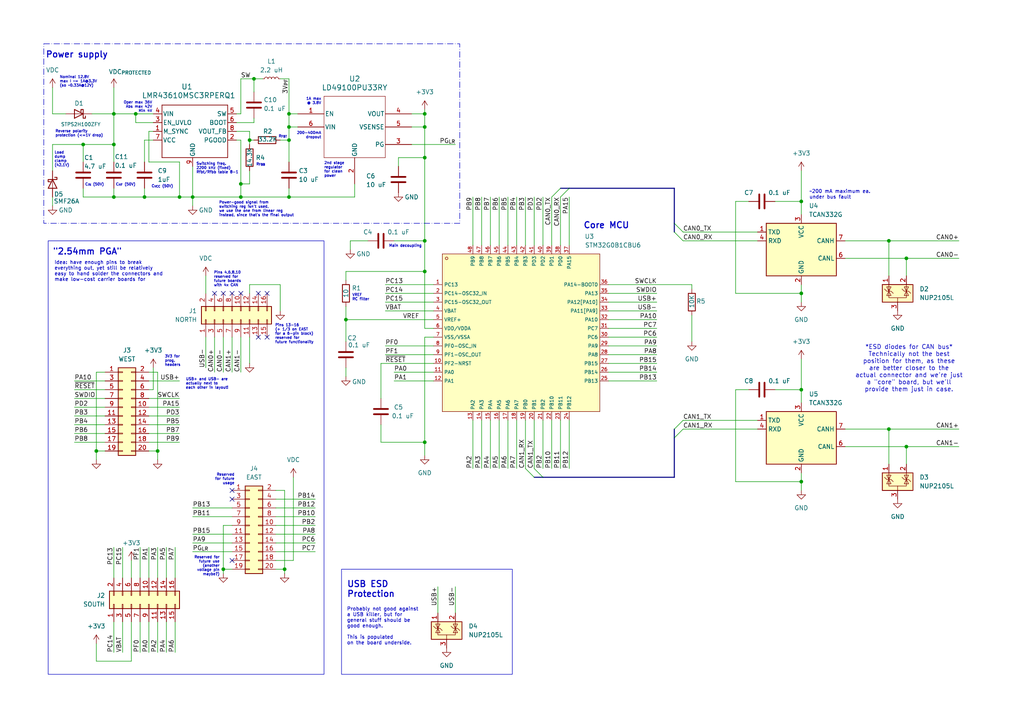
<source format=kicad_sch>
(kicad_sch (version 20231120) (generator "eeschema") (generator_version "8.0")
  (paper "A4")
  (title_block (title "tinySPARROW NG ECU core board") (company "@enp6s0"))
  (lib_symbols
    (symbol "Connector_Generic:Conn_02x08_Odd_Even" (pin_names (offset 1.016) hide)
      (property "Reference" "J" (at 1.27 10.16 0))
      (property "Value" "Conn_02x08_Odd_Even" (at 1.27 -12.7 0))
      (symbol "Conn_02x08_Odd_Even_1_1"
        (pin passive line (at -5.08 7.62 0) (length 3.81) (name "Pin_1") (number "1"))
        (pin passive line (at 7.62 -2.54 180) (length 3.81) (name "Pin_10") (number "10"))
        (pin passive line (at -5.08 -5.08 0) (length 3.81) (name "Pin_11") (number "11"))
        (pin passive line (at 7.62 -5.08 180) (length 3.81) (name "Pin_12") (number "12"))
        (pin passive line (at -5.08 -7.62 0) (length 3.81) (name "Pin_13") (number "13"))
        (pin passive line (at 7.62 -7.62 180) (length 3.81) (name "Pin_14") (number "14"))
        (pin passive line (at -5.08 -10.16 0) (length 3.81) (name "Pin_15") (number "15"))
        (pin passive line (at 7.62 -10.16 180) (length 3.81) (name "Pin_16") (number "16"))
        (pin passive line (at 7.62 7.62 180) (length 3.81) (name "Pin_2") (number "2"))
        (pin passive line (at -5.08 5.08 0) (length 3.81) (name "Pin_3") (number "3"))
        (pin passive line (at 7.62 5.08 180) (length 3.81) (name "Pin_4") (number "4"))
        (pin passive line (at -5.08 2.54 0) (length 3.81) (name "Pin_5") (number "5"))
        (pin passive line (at 7.62 2.54 180) (length 3.81) (name "Pin_6") (number "6"))
        (pin passive line (at -5.08 0 0) (length 3.81) (name "Pin_7") (number "7"))
        (pin passive line (at 7.62 0 180) (length 3.81) (name "Pin_8") (number "8"))
        (pin passive line (at -5.08 -2.54 0) (length 3.81) (name "Pin_9") (number "9"))
      )
    )
    (symbol "Connector_Generic:Conn_02x10_Odd_Even" (pin_names (offset 1.016) hide)
      (property "Reference" "J" (at 1.27 12.7 0))
      (property "Value" "Conn_02x10_Odd_Even" (at 1.27 -15.24 0))
      (symbol "Conn_02x10_Odd_Even_1_1"
        (pin passive line (at -5.08 10.16 0) (length 3.81) (name "Pin_1") (number "1"))
        (pin passive line (at 7.62 0 180) (length 3.81) (name "Pin_10") (number "10"))
        (pin passive line (at -5.08 -2.54 0) (length 3.81) (name "Pin_11") (number "11"))
        (pin passive line (at 7.62 -2.54 180) (length 3.81) (name "Pin_12") (number "12"))
        (pin passive line (at -5.08 -5.08 0) (length 3.81) (name "Pin_13") (number "13"))
        (pin passive line (at 7.62 -5.08 180) (length 3.81) (name "Pin_14") (number "14"))
        (pin passive line (at -5.08 -7.62 0) (length 3.81) (name "Pin_15") (number "15"))
        (pin passive line (at 7.62 -7.62 180) (length 3.81) (name "Pin_16") (number "16"))
        (pin passive line (at -5.08 -10.16 0) (length 3.81) (name "Pin_17") (number "17"))
        (pin passive line (at 7.62 -10.16 180) (length 3.81) (name "Pin_18") (number "18"))
        (pin passive line (at -5.08 -12.7 0) (length 3.81) (name "Pin_19") (number "19"))
        (pin passive line (at 7.62 10.16 180) (length 3.81) (name "Pin_2") (number "2"))
        (pin passive line (at 7.62 -12.7 180) (length 3.81) (name "Pin_20") (number "20"))
        (pin passive line (at -5.08 7.62 0) (length 3.81) (name "Pin_3") (number "3"))
        (pin passive line (at 7.62 7.62 180) (length 3.81) (name "Pin_4") (number "4"))
        (pin passive line (at -5.08 5.08 0) (length 3.81) (name "Pin_5") (number "5"))
        (pin passive line (at 7.62 5.08 180) (length 3.81) (name "Pin_6") (number "6"))
        (pin passive line (at -5.08 2.54 0) (length 3.81) (name "Pin_7") (number "7"))
        (pin passive line (at 7.62 2.54 180) (length 3.81) (name "Pin_8") (number "8"))
        (pin passive line (at -5.08 0 0) (length 3.81) (name "Pin_9") (number "9"))
      )
    )
    (symbol "Device:C" (pin_numbers hide) (pin_names (offset 0.254))
      (property "Reference" "C" (at 0.635 2.54 0))
      (property "Value" "C" (at 0.635 -2.54 0))
      (symbol "C_1_1"
        (pin passive line (at 0 3.81 270) (length 2.794) (name "~") (number "1"))
        (pin passive line (at 0 -3.81 90) (length 2.794) (name "~") (number "2"))
      )
    )
    (symbol "Device:D_Schottky" (pin_numbers hide) (pin_names (offset 1.016) hide)
      (property "Reference" "D" (at 0 2.54 0))
      (property "Value" "D_Schottky" (at 0 -2.54 0))
      (symbol "D_Schottky_1_1"
        (pin passive line (at -3.81 0 0) (length 2.54) (name "K") (number "1"))
        (pin passive line (at 3.81 0 180) (length 2.54) (name "A") (number "2"))
      )
    )
    (symbol "Device:L_Small" (pin_numbers hide) (pin_names (offset 0.254) hide)
      (property "Reference" "L" (at 0.762 1.016 0))
      (property "Value" "L_Small" (at 0.762 -1.016 0))
      (symbol "L_Small_1_1"
        (pin passive line (at 0 2.54 270) (length 0.508) (name "~") (number "1"))
        (pin passive line (at 0 -2.54 90) (length 0.508) (name "~") (number "2"))
      )
    )
    (symbol "Device:R" (pin_numbers hide) (pin_names (offset 0))
      (property "Reference" "R" (at 2.032 0 90))
      (property "Value" "R" (at 0 0 90))
      (symbol "R_1_1"
        (pin passive line (at 0 3.81 270) (length 1.27) (name "~") (number "1"))
        (pin passive line (at 0 -3.81 90) (length 1.27) (name "~") (number "2"))
      )
    )
    (symbol "GND_1" (power) (pin_numbers hide) (pin_names (offset 0) hide)
      (property "Value" "GND" (at 0 -3.81 0))
      (symbol "GND_1_1_1"
        (pin power_in line (at 0 0 270) (length 0) (name "~") (number "1"))
      )
    )
    (symbol "Interface_CAN_LIN:TCAN332G"
      (property "Reference" "U" (at -10.16 8.89 0))
      (property "Value" "TCAN332G" (at 2.54 8.89 0))
      (symbol "TCAN332G_1_1"
        (pin input line (at -12.7 5.08 0) (length 2.54) (name "TXD") (number "1"))
        (pin power_in line (at 0 -10.16 90) (length 2.54) (name "GND") (number "2"))
        (pin power_in line (at 0 10.16 270) (length 2.54) (name "VCC") (number "3"))
        (pin tri_state line (at -12.7 2.54 0) (length 2.54) (name "RXD") (number "4"))
        (pin no_connect line (at -10.16 -2.54 0) (length 2.54) hide (name "NC") (number "5"))
        (pin bidirectional line (at 12.7 -2.54 180) (length 2.54) (name "CANL") (number "6"))
        (pin bidirectional line (at 12.7 2.54 180) (length 2.54) (name "CANH") (number "7"))
        (pin no_connect line (at -10.16 -5.08 0) (length 2.54) hide (name "NC") (number "8"))
      )
    )
    (symbol "LMR43610MSC5RPERQ1:LMR43610MSC5RPERQ1" (pin_names (offset 0.254))
      (property "Reference" "U1" (at 14.478 9.398 0))
      (property "Value" "LMR43610-Q1" (at 14.478 6.858 0))
      (symbol "LMR43610MSC5RPERQ1_1_1"
        (pin input line (at 2.54 -2.54 0) (length 2.54) (name "M_SYNC") (number "1"))
        (pin open_collector line (at 26.67 -5.08 180) (length 2.54) (name "PGOOD") (number "2"))
        (pin input line (at 2.54 0 0) (length 2.54) (name "EN_UVLO") (number "3"))
        (pin power_in line (at 2.54 2.54 0) (length 2.54) (name "VIN") (number "4"))
        (pin unspecified line (at 26.67 2.54 180) (length 2.54) (name "SW") (number "5"))
        (pin unspecified line (at 26.67 0 180) (length 2.54) (name "BOOT") (number "6"))
        (pin power_in line (at 2.54 -5.08 0) (length 2.54) (name "VCC") (number "7"))
        (pin unspecified line (at 26.67 -2.54 180) (length 2.54) (name "VOUT_FB") (number "8"))
        (pin power_in line (at 13.97 -12.7 90) (length 2.54) (name "GND") (number "9"))
      )
    )
    (symbol "Power_Protection:NUP2105L" (pin_names hide)
      (property "Reference" "D" (at 5.715 2.54 0))
      (property "Value" "NUP2105L" (at 5.715 0.635 0))
      (symbol "NUP2105L_0_0"
        (pin passive line (at 0 -5.08 90) (length 2.54) (name "A") (number "3"))
      )
      (symbol "NUP2105L_1_1"
        (pin passive line (at -2.54 5.08 270) (length 2.54) (name "K") (number "1"))
        (pin passive line (at 2.54 5.08 270) (length 2.54) (name "K") (number "2"))
      )
    )
    (symbol "Regulator_Linear:AMS1117-3.3" (pin_names (offset 0.254))
      (property "Reference" "U2" (at 20.32 10.16 0))
      (property "Value" "LD49100PU33RY" (at 20.32 7.62 0))
      (symbol "AMS1117-3.3_0_1"
        (pin bidirectional line (at 3.81 0 0) (length 7.62) (name "EN") (number "1"))
        (pin power_out line (at 20.32 -20.32 90) (length 7.62) (name "GND") (number "2"))
        (pin output line (at 36.83 -8.89 180) (length 7.62) (name "PG") (number "3"))
        (pin power_in line (at 36.83 0 180) (length 7.62) (name "VOUT") (number "4"))
        (pin bidirectional line (at 36.83 -3.81 180) (length 7.62) (name "VSENSE") (number "5"))
        (pin power_in line (at 3.81 -3.81 0) (length 7.62) (name "VIN") (number "6"))
      )
      (symbol "AMS1117-3.3_1_1"
        (pin power_out line (at 20.32 -20.32 90) (length 7.62) hide (name "EPAD") (number "7"))
      )
    )
    (symbol "STM32G0B1CBT6:STM32G0B1CBT6"
      (property "Reference" "U3" (at 20.32 27.94 0))
      (property "Value" "STM32G0B1CBU6" (at 26.67 25.4 0))
      (symbol "STM32G0B1CBT6_0_1"
        (pin unspecified line (at -25.4 13.97 0) (length 2.54) (name "PC13") (number "1"))
        (pin unspecified line (at -25.4 -8.89 0) (length 2.54) (name "PF2-NRST") (number "10"))
        (pin unspecified line (at -25.4 -11.43 0) (length 2.54) (name "PA0") (number "11"))
        (pin unspecified line (at -25.4 -13.97 0) (length 2.54) (name "PA1") (number "12"))
        (pin unspecified line (at -13.97 -25.4 90) (length 2.54) (name "PA2") (number "13"))
        (pin unspecified line (at -11.43 -25.4 90) (length 2.54) (name "PA3") (number "14"))
        (pin unspecified line (at -8.89 -25.4 90) (length 2.54) (name "PA4") (number "15"))
        (pin unspecified line (at -6.35 -25.4 90) (length 2.54) (name "PA5") (number "16"))
        (pin unspecified line (at -3.81 -25.4 90) (length 2.54) (name "PA6") (number "17"))
        (pin unspecified line (at -1.27 -25.4 90) (length 2.54) (name "PA7") (number "18"))
        (pin unspecified line (at 1.27 -25.4 90) (length 2.54) (name "PB0") (number "19"))
        (pin unspecified line (at -25.4 11.43 0) (length 2.54) (name "PC14-OSC32_IN") (number "2"))
        (pin unspecified line (at 3.81 -25.4 90) (length 2.54) (name "PB1") (number "20"))
        (pin unspecified line (at 6.35 -25.4 90) (length 2.54) (name "PB2") (number "21"))
        (pin unspecified line (at 8.89 -25.4 90) (length 2.54) (name "PB10") (number "22"))
        (pin unspecified line (at 11.43 -25.4 90) (length 2.54) (name "PB11") (number "23"))
        (pin unspecified line (at 13.97 -25.4 90) (length 2.54) (name "PB12") (number "24"))
        (pin unspecified line (at 25.4 -13.97 180) (length 2.54) (name "PB13") (number "25"))
        (pin unspecified line (at 25.4 -11.43 180) (length 2.54) (name "PB14") (number "26"))
        (pin unspecified line (at 25.4 -8.89 180) (length 2.54) (name "PB15") (number "27"))
        (pin unspecified line (at 25.4 -6.35 180) (length 2.54) (name "PA8") (number "28"))
        (pin unspecified line (at 25.4 -3.81 180) (length 2.54) (name "PA9") (number "29"))
        (pin unspecified line (at -25.4 8.89 0) (length 2.54) (name "PC15-OSC32_OUT") (number "3"))
        (pin unspecified line (at 25.4 -1.27 180) (length 2.54) (name "PC6") (number "30"))
        (pin unspecified line (at 25.4 1.27 180) (length 2.54) (name "PC7") (number "31"))
        (pin unspecified line (at 25.4 3.81 180) (length 2.54) (name "PA10") (number "32"))
        (pin unspecified line (at 25.4 6.35 180) (length 2.54) (name "PA11[PA9]") (number "33"))
        (pin unspecified line (at 25.4 8.89 180) (length 2.54) (name "PA12[PA10]") (number "34"))
        (pin unspecified line (at 25.4 11.43 180) (length 2.54) (name "PA13") (number "35"))
        (pin unspecified line (at 25.4 13.97 180) (length 2.54) (name "PA14-BOOT0") (number "36"))
        (pin unspecified line (at 13.97 25.4 270) (length 2.54) (name "PA15") (number "37"))
        (pin unspecified line (at 11.43 25.4 270) (length 2.54) (name "PD0") (number "38"))
        (pin unspecified line (at 8.89 25.4 270) (length 2.54) (name "PD1") (number "39"))
        (pin unspecified line (at -25.4 6.35 0) (length 2.54) (name "VBAT") (number "4"))
        (pin unspecified line (at 6.35 25.4 270) (length 2.54) (name "PD2") (number "40"))
        (pin unspecified line (at 3.81 25.4 270) (length 2.54) (name "PD3") (number "41"))
        (pin unspecified line (at 1.27 25.4 270) (length 2.54) (name "PB3") (number "42"))
        (pin unspecified line (at -1.27 25.4 270) (length 2.54) (name "PB4") (number "43"))
        (pin unspecified line (at -3.81 25.4 270) (length 2.54) (name "PB5") (number "44"))
        (pin unspecified line (at -6.35 25.4 270) (length 2.54) (name "PB6") (number "45"))
        (pin unspecified line (at -8.89 25.4 270) (length 2.54) (name "PB7") (number "46"))
        (pin unspecified line (at -11.43 25.4 270) (length 2.54) (name "PB8") (number "47"))
        (pin unspecified line (at -13.97 25.4 270) (length 2.54) (name "PB9") (number "48"))
        (pin unspecified line (at -25.4 3.81 0) (length 2.54) (name "VREF+") (number "5"))
        (pin unspecified line (at -25.4 1.27 0) (length 2.54) (name "VDD/VDDA") (number "6"))
        (pin unspecified line (at -25.4 -1.27 0) (length 2.54) (name "VSS/VSSA") (number "7"))
        (pin unspecified line (at -25.4 -3.81 0) (length 2.54) (name "PF0-OSC_IN") (number "8"))
        (pin unspecified line (at -25.4 -6.35 0) (length 2.54) (name "PF1-OSC_OUT") (number "9"))
      )
      (symbol "STM32G0B1CBT6_1_1"
        (pin unspecified line (at -25.4 -1.27 0) (length 2.54) hide (name "GND_PAD") (number "49"))
      )
    )
    (symbol "power:+3V3" (power) (pin_names (offset 0))
      (property "Value" "+3V3" (at 0 3.556 0))
      (symbol "+3V3_1_1"
        (pin power_in line (at 0 0 90) (length 0) hide (name "+3V3") (number "1"))
      )
    )
    (symbol "power:GND" (power) (pin_names (offset 0))
      (property "Value" "GND" (at 0 -3.81 0))
      (symbol "GND_1_1"
        (pin power_in line (at 0 0 270) (length 0) hide (name "GND") (number "1"))
      )
    )
    (symbol "power:VDC" (power) (pin_names (offset 0))
      (property "Value" "VDC" (at 0 6.35 0))
      (symbol "VDC_1_1"
        (pin power_in line (at 0 0 90) (length 0) hide (name "VDC") (number "1"))
      )
    )
  )
  (junction (at 45.72 130.81))
  (junction (at 123.19 69.85))
  (junction (at 83.82 33.02))
  (junction (at 33.02 33.02))
  (junction (at 100.33 92.71))
  (junction (at 257.81 69.85))
  (junction (at 52.07 57.15))
  (junction (at 123.19 33.02))
  (junction (at 83.82 57.15))
  (junction (at 123.19 45.72))
  (junction (at 123.19 36.83))
  (junction (at 33.02 57.15))
  (junction (at 41.91 57.15))
  (junction (at 262.89 129.54))
  (junction (at 83.82 36.83))
  (junction (at 123.19 128.27))
  (junction (at 24.13 41.91))
  (junction (at 69.85 53.34))
  (junction (at 72.39 40.64))
  (junction (at 64.77 165.1))
  (junction (at 73.66 22.86))
  (junction (at 39.37 33.02))
  (junction (at 83.82 40.64))
  (junction (at 55.88 57.15))
  (junction (at 27.94 130.81))
  (junction (at 33.02 41.91))
  (junction (at 232.41 85.09))
  (junction (at 262.89 74.93))
  (junction (at 232.41 139.7))
  (junction (at 232.41 58.42))
  (junction (at 82.55 165.1))
  (junction (at 69.85 57.15))
  (junction (at 232.41 113.03))
  (junction (at 257.81 124.46))
  (junction (at 123.19 78.74))
  (no_connect (at 67.31 162.56))
  (no_connect (at 74.93 97.79))
  (no_connect (at 77.47 97.79))
  (no_connect (at 67.31 85.09))
  (no_connect (at 77.47 85.09))
  (no_connect (at 67.31 144.78))
  (no_connect (at 67.31 142.24))
  (no_connect (at 69.85 85.09))
  (no_connect (at 74.93 85.09))
  (no_connect (at 64.77 85.09))
  (no_connect (at 62.23 85.09))
  (bus_entry (at 198.12 69.85) (size -2.54 -2.54))
  (bus_entry (at 160.02 57.15) (size 2.54 -2.54))
  (bus_entry (at 198.12 67.31) (size -2.54 -2.54))
  (bus_entry (at 162.56 57.15) (size 2.54 -2.54))
  (bus_entry (at 198.12 124.46) (size -2.54 2.54))
  (bus_entry (at 157.48 138.43) (size -2.54 -2.54))
  (bus_entry (at 198.12 121.92) (size -2.54 2.54))
  (bus_entry (at 154.94 138.43) (size -2.54 -2.54))
  (wire (pts (xy 85.09 138.43) (xy 85.09 162.56)))
  (wire (pts (xy 114.3 69.85) (xy 123.19 69.85)))
  (wire (pts (xy 72.39 40.64) (xy 73.66 40.64)))
  (wire (pts (xy 142.24 71.12) (xy 142.24 57.15)))
  (wire (pts (xy 232.41 85.09) (xy 232.41 87.63)))
  (wire (pts (xy 262.89 129.54) (xy 262.89 134.62)))
  (wire (pts (xy 83.82 36.83) (xy 86.36 36.83)))
  (wire (pts (xy 24.13 57.15) (xy 33.02 57.15)))
  (wire (pts (xy 69.85 22.86) (xy 73.66 22.86)))
  (wire (pts (xy 83.82 33.02) (xy 83.82 36.83)))
  (wire (pts (xy 33.02 167.64) (xy 33.02 158.75)))
  (wire (pts (xy 43.18 120.65) (xy 52.07 120.65)))
  (wire (pts (xy 43.18 115.57) (xy 52.07 115.57)))
  (wire (pts (xy 81.28 82.55) (xy 81.28 90.17)))
  (wire (pts (xy 144.78 121.92) (xy 144.78 135.89)))
  (wire (pts (xy 55.88 57.15) (xy 55.88 59.69)))
  (wire (pts (xy 100.33 88.9) (xy 100.33 92.71)))
  (wire (pts (xy 50.8 180.34) (xy 50.8 189.23)))
  (wire (pts (xy 101.6 72.39) (xy 101.6 69.85)))
  (wire (pts (xy 144.78 71.12) (xy 144.78 57.15)))
  (wire (pts (xy 111.76 90.17) (xy 125.73 90.17)))
  (wire (pts (xy 30.48 118.11) (xy 21.59 118.11)))
  (wire (pts (xy 198.12 124.46) (xy 219.71 124.46)))
  (wire (pts (xy 48.26 167.64) (xy 48.26 158.75)))
  (wire (pts (xy 15.24 41.91) (xy 24.13 41.91)))
  (wire (pts (xy 257.81 69.85) (xy 278.13 69.85)))
  (wire (pts (xy 45.72 130.81) (xy 43.18 130.81)))
  (wire (pts (xy 38.1 191.77) (xy 27.94 191.77)))
  (wire (pts (xy 165.1 121.92) (xy 165.1 135.89)))
  (wire (pts (xy 45.72 180.34) (xy 45.72 189.23)))
  (wire (pts (xy 257.81 69.85) (xy 257.81 80.01)))
  (wire (pts (xy 85.09 162.56) (xy 80.01 162.56)))
  (wire (pts (xy 119.38 33.02) (xy 123.19 33.02)))
  (wire (pts (xy 123.19 78.74) (xy 100.33 78.74)))
  (wire (pts (xy 262.89 74.93) (xy 262.89 80.01)))
  (wire (pts (xy 119.38 41.91) (xy 132.08 41.91)))
  (wire (pts (xy 91.44 147.32) (xy 80.01 147.32)))
  (wire (pts (xy 30.48 120.65) (xy 21.59 120.65)))
  (wire (pts (xy 91.44 152.4) (xy 80.01 152.4)))
  (bus (pts (xy 162.56 54.61) (xy 165.1 54.61)))
  (wire (pts (xy 69.85 22.86) (xy 69.85 33.02)))
  (wire (pts (xy 224.79 113.03) (xy 232.41 113.03)))
  (wire (pts (xy 15.24 57.15) (xy 15.24 59.69)))
  (wire (pts (xy 33.02 33.02) (xy 33.02 41.91)))
  (wire (pts (xy 83.82 22.86) (xy 83.82 33.02)))
  (wire (pts (xy 81.28 40.64) (xy 83.82 40.64)))
  (wire (pts (xy 45.72 107.95) (xy 45.72 130.81)))
  (wire (pts (xy 123.19 69.85) (xy 123.19 78.74)))
  (wire (pts (xy 232.41 58.42) (xy 232.41 62.23)))
  (wire (pts (xy 217.17 58.42) (xy 213.36 58.42)))
  (wire (pts (xy 43.18 167.64) (xy 43.18 158.75)))
  (wire (pts (xy 15.24 25.4) (xy 15.24 33.02)))
  (wire (pts (xy 43.18 38.1) (xy 44.45 38.1)))
  (wire (pts (xy 69.85 33.02) (xy 68.58 33.02)))
  (wire (pts (xy 73.66 22.86) (xy 76.2 22.86)))
  (wire (pts (xy 55.88 149.86) (xy 67.31 149.86)))
  (wire (pts (xy 72.39 97.79) (xy 72.39 105.41)))
  (wire (pts (xy 147.32 71.12) (xy 147.32 57.15)))
  (bus (pts (xy 195.58 64.77) (xy 195.58 67.31)))
  (wire (pts (xy 137.16 121.92) (xy 137.16 135.89)))
  (wire (pts (xy 123.19 97.79) (xy 125.73 97.79)))
  (wire (pts (xy 257.81 124.46) (xy 278.13 124.46)))
  (wire (pts (xy 27.94 107.95) (xy 30.48 107.95)))
  (wire (pts (xy 123.19 36.83) (xy 123.19 45.72)))
  (wire (pts (xy 44.45 106.68) (xy 44.45 113.03)))
  (wire (pts (xy 245.11 129.54) (xy 262.89 129.54)))
  (wire (pts (xy 162.56 121.92) (xy 162.56 135.89)))
  (wire (pts (xy 232.41 104.14) (xy 232.41 113.03)))
  (wire (pts (xy 162.56 71.12) (xy 162.56 57.15)))
  (wire (pts (xy 125.73 85.09) (xy 111.76 85.09)))
  (wire (pts (xy 198.12 67.31) (xy 219.71 67.31)))
  (wire (pts (xy 123.19 95.25) (xy 125.73 95.25)))
  (bus (pts (xy 195.58 127) (xy 195.58 138.43)))
  (wire (pts (xy 123.19 31.75) (xy 123.19 33.02)))
  (wire (pts (xy 213.36 85.09) (xy 232.41 85.09)))
  (wire (pts (xy 43.18 123.19) (xy 52.07 123.19)))
  (wire (pts (xy 157.48 71.12) (xy 157.48 57.15)))
  (wire (pts (xy 125.73 110.49) (xy 114.3 110.49)))
  (wire (pts (xy 149.86 71.12) (xy 149.86 57.15)))
  (wire (pts (xy 80.01 165.1) (xy 82.55 165.1)))
  (wire (pts (xy 152.4 121.92) (xy 152.4 135.89)))
  (wire (pts (xy 91.44 160.02) (xy 80.01 160.02)))
  (wire (pts (xy 149.86 121.92) (xy 149.86 135.89)))
  (wire (pts (xy 33.02 33.02) (xy 39.37 33.02)))
  (wire (pts (xy 33.02 57.15) (xy 41.91 57.15)))
  (wire (pts (xy 232.41 49.53) (xy 232.41 58.42)))
  (wire (pts (xy 100.33 106.68) (xy 100.33 109.22)))
  (wire (pts (xy 83.82 40.64) (xy 83.82 46.99)))
  (wire (pts (xy 176.53 97.79) (xy 190.5 97.79)))
  (wire (pts (xy 137.16 71.12) (xy 137.16 57.15)))
  (wire (pts (xy 91.44 157.48) (xy 80.01 157.48)))
  (wire (pts (xy 125.73 82.55) (xy 111.76 82.55)))
  (bus (pts (xy 165.1 54.61) (xy 195.58 54.61)))
  (wire (pts (xy 41.91 54.61) (xy 41.91 57.15)))
  (wire (pts (xy 27.94 130.81) (xy 27.94 107.95)))
  (wire (pts (xy 176.53 102.87) (xy 190.5 102.87)))
  (wire (pts (xy 35.56 180.34) (xy 35.56 189.23)))
  (wire (pts (xy 55.88 157.48) (xy 67.31 157.48)))
  (wire (pts (xy 102.87 53.34) (xy 102.87 57.15)))
  (wire (pts (xy 160.02 71.12) (xy 160.02 57.15)))
  (wire (pts (xy 43.18 118.11) (xy 52.07 118.11)))
  (wire (pts (xy 73.66 22.86) (xy 73.66 26.67)))
  (wire (pts (xy 198.12 69.85) (xy 219.71 69.85)))
  (wire (pts (xy 157.48 121.92) (xy 157.48 135.89)))
  (wire (pts (xy 55.88 57.15) (xy 69.85 57.15)))
  (wire (pts (xy 119.38 36.83) (xy 123.19 36.83)))
  (wire (pts (xy 55.88 160.02) (xy 67.31 160.02)))
  (wire (pts (xy 200.66 83.82) (xy 200.66 82.55)))
  (wire (pts (xy 15.24 41.91) (xy 15.24 49.53)))
  (wire (pts (xy 33.02 54.61) (xy 33.02 57.15)))
  (wire (pts (xy 69.85 53.34) (xy 69.85 57.15)))
  (wire (pts (xy 72.39 38.1) (xy 72.39 40.64)))
  (wire (pts (xy 30.48 115.57) (xy 21.59 115.57)))
  (wire (pts (xy 35.56 167.64) (xy 35.56 158.75)))
  (wire (pts (xy 262.89 129.54) (xy 278.13 129.54)))
  (wire (pts (xy 43.18 125.73) (xy 52.07 125.73)))
  (wire (pts (xy 100.33 92.71) (xy 125.73 92.71)))
  (wire (pts (xy 55.88 147.32) (xy 67.31 147.32)))
  (wire (pts (xy 30.48 128.27) (xy 21.59 128.27)))
  (bus (pts (xy 195.58 124.46) (xy 195.58 127)))
  (wire (pts (xy 27.94 130.81) (xy 30.48 130.81)))
  (wire (pts (xy 43.18 38.1) (xy 43.18 46.99)))
  (wire (pts (xy 100.33 78.74) (xy 100.33 81.28)))
  (wire (pts (xy 26.67 33.02) (xy 33.02 33.02)))
  (wire (pts (xy 123.19 97.79) (xy 123.19 128.27)))
  (wire (pts (xy 125.73 100.33) (xy 111.76 100.33)))
  (wire (pts (xy 152.4 71.12) (xy 152.4 57.15)))
  (wire (pts (xy 83.82 57.15) (xy 102.87 57.15)))
  (wire (pts (xy 91.44 144.78) (xy 80.01 144.78)))
  (wire (pts (xy 176.53 95.25) (xy 190.5 95.25)))
  (wire (pts (xy 64.77 152.4) (xy 67.31 152.4)))
  (wire (pts (xy 83.82 22.86) (xy 81.28 22.86)))
  (wire (pts (xy 213.36 113.03) (xy 213.36 139.7)))
  (wire (pts (xy 101.6 69.85) (xy 106.68 69.85)))
  (wire (pts (xy 55.88 154.94) (xy 67.31 154.94)))
  (wire (pts (xy 40.64 167.64) (xy 40.64 158.75)))
  (wire (pts (xy 176.53 90.17) (xy 190.5 90.17)))
  (wire (pts (xy 64.77 166.37) (xy 64.77 165.1)))
  (wire (pts (xy 43.18 180.34) (xy 43.18 189.23)))
  (wire (pts (xy 200.66 91.44) (xy 200.66 99.06)))
  (wire (pts (xy 45.72 167.64) (xy 45.72 158.75)))
  (wire (pts (xy 59.69 97.79) (xy 59.69 106.68)))
  (wire (pts (xy 245.11 74.93) (xy 262.89 74.93)))
  (wire (pts (xy 43.18 110.49) (xy 52.07 110.49)))
  (wire (pts (xy 43.18 128.27) (xy 52.07 128.27)))
  (wire (pts (xy 176.53 110.49) (xy 190.5 110.49)))
  (wire (pts (xy 110.49 105.41) (xy 125.73 105.41)))
  (wire (pts (xy 213.36 139.7) (xy 232.41 139.7)))
  (wire (pts (xy 154.94 71.12) (xy 154.94 57.15)))
  (wire (pts (xy 69.85 97.79) (xy 69.85 107.95)))
  (wire (pts (xy 232.41 137.16) (xy 232.41 139.7)))
  (wire (pts (xy 142.24 121.92) (xy 142.24 135.89)))
  (wire (pts (xy 73.66 35.56) (xy 73.66 34.29)))
  (wire (pts (xy 110.49 115.57) (xy 110.49 105.41)))
  (wire (pts (xy 176.53 107.95) (xy 190.5 107.95)))
  (wire (pts (xy 82.55 165.1) (xy 82.55 166.37)))
  (wire (pts (xy 232.41 139.7) (xy 232.41 142.24)))
  (wire (pts (xy 40.64 180.34) (xy 40.64 189.23)))
  (wire (pts (xy 123.19 78.74) (xy 123.19 95.25)))
  (wire (pts (xy 176.53 82.55) (xy 200.66 82.55)))
  (wire (pts (xy 224.79 58.42) (xy 232.41 58.42)))
  (wire (pts (xy 59.69 80.01) (xy 59.69 85.09)))
  (wire (pts (xy 176.53 87.63) (xy 190.5 87.63)))
  (wire (pts (xy 91.44 149.86) (xy 80.01 149.86)))
  (wire (pts (xy 64.77 97.79) (xy 64.77 107.95)))
  (wire (pts (xy 127 170.18) (xy 127 177.8)))
  (wire (pts (xy 67.31 97.79) (xy 67.31 107.95)))
  (wire (pts (xy 232.41 82.55) (xy 232.41 85.09)))
  (wire (pts (xy 198.12 121.92) (xy 219.71 121.92)))
  (wire (pts (xy 125.73 87.63) (xy 111.76 87.63)))
  (wire (pts (xy 132.08 170.18) (xy 132.08 177.8)))
  (wire (pts (xy 55.88 48.26) (xy 55.88 57.15)))
  (wire (pts (xy 30.48 125.73) (xy 21.59 125.73)))
  (wire (pts (xy 115.57 48.26) (xy 115.57 45.72)))
  (wire (pts (xy 21.59 113.03) (xy 30.48 113.03)))
  (wire (pts (xy 27.94 133.35) (xy 27.94 130.81)))
  (wire (pts (xy 115.57 45.72) (xy 123.19 45.72)))
  (wire (pts (xy 123.19 128.27) (xy 123.19 132.08)))
  (wire (pts (xy 24.13 54.61) (xy 24.13 57.15)))
  (wire (pts (xy 33.02 180.34) (xy 33.02 189.23)))
  (wire (pts (xy 43.18 46.99) (xy 52.07 46.99)))
  (wire (pts (xy 123.19 45.72) (xy 123.19 69.85)))
  (wire (pts (xy 176.53 100.33) (xy 190.5 100.33)))
  (wire (pts (xy 24.13 41.91) (xy 24.13 46.99)))
  (wire (pts (xy 147.32 121.92) (xy 147.32 135.89)))
  (wire (pts (xy 68.58 38.1) (xy 72.39 38.1)))
  (wire (pts (xy 176.53 92.71) (xy 190.5 92.71)))
  (wire (pts (xy 213.36 58.42) (xy 213.36 85.09)))
  (wire (pts (xy 39.37 33.02) (xy 44.45 33.02)))
  (wire (pts (xy 45.72 133.35) (xy 45.72 130.81)))
  (wire (pts (xy 245.11 124.46) (xy 257.81 124.46)))
  (wire (pts (xy 245.11 69.85) (xy 257.81 69.85)))
  (wire (pts (xy 123.19 33.02) (xy 123.19 36.83)))
  (wire (pts (xy 33.02 25.4) (xy 33.02 33.02)))
  (wire (pts (xy 125.73 102.87) (xy 111.76 102.87)))
  (wire (pts (xy 41.91 57.15) (xy 52.07 57.15)))
  (wire (pts (xy 165.1 71.12) (xy 165.1 57.15)))
  (wire (pts (xy 27.94 186.69) (xy 27.94 191.77)))
  (wire (pts (xy 64.77 152.4) (xy 64.77 165.1)))
  (wire (pts (xy 38.1 162.56) (xy 38.1 167.64)))
  (bus (pts (xy 157.48 138.43) (xy 195.58 138.43)))
  (wire (pts (xy 232.41 113.03) (xy 232.41 116.84)))
  (wire (pts (xy 160.02 121.92) (xy 160.02 135.89)))
  (wire (pts (xy 52.07 57.15) (xy 55.88 57.15)))
  (wire (pts (xy 30.48 110.49) (xy 21.59 110.49)))
  (wire (pts (xy 24.13 41.91) (xy 33.02 41.91)))
  (wire (pts (xy 44.45 40.64) (xy 41.91 40.64)))
  (wire (pts (xy 62.23 97.79) (xy 62.23 107.95)))
  (bus (pts (xy 195.58 54.61) (xy 195.58 64.77)))
  (wire (pts (xy 83.82 54.61) (xy 83.82 57.15)))
  (wire (pts (xy 72.39 53.34) (xy 69.85 53.34)))
  (wire (pts (xy 41.91 40.64) (xy 41.91 46.99)))
  (wire (pts (xy 72.39 85.09) (xy 72.39 82.55)))
  (bus (pts (xy 154.94 138.43) (xy 157.48 138.43)))
  (wire (pts (xy 154.94 121.92) (xy 154.94 135.89)))
  (wire (pts (xy 176.53 85.09) (xy 190.5 85.09)))
  (wire (pts (xy 38.1 180.34) (xy 38.1 191.77)))
  (wire (pts (xy 69.85 57.15) (xy 83.82 57.15)))
  (wire (pts (xy 48.26 180.34) (xy 48.26 189.23)))
  (wire (pts (xy 39.37 35.56) (xy 44.45 35.56)))
  (wire (pts (xy 257.81 124.46) (xy 257.81 134.62)))
  (wire (pts (xy 52.07 46.99) (xy 52.07 57.15)))
  (wire (pts (xy 44.45 113.03) (xy 43.18 113.03)))
  (wire (pts (xy 50.8 167.64) (xy 50.8 158.75)))
  (wire (pts (xy 262.89 74.93) (xy 278.13 74.93)))
  (wire (pts (xy 68.58 40.64) (xy 69.85 40.64)))
  (wire (pts (xy 83.82 36.83) (xy 83.82 40.64)))
  (wire (pts (xy 82.55 142.24) (xy 80.01 142.24)))
  (wire (pts (xy 72.39 40.64) (xy 72.39 41.91)))
  (wire (pts (xy 217.17 113.03) (xy 213.36 113.03)))
  (wire (pts (xy 82.55 165.1) (xy 82.55 142.24)))
  (wire (pts (xy 30.48 123.19) (xy 21.59 123.19)))
  (wire (pts (xy 91.44 154.94) (xy 80.01 154.94)))
  (wire (pts (xy 100.33 99.06) (xy 100.33 92.71)))
  (wire (pts (xy 176.53 105.41) (xy 190.5 105.41)))
  (wire (pts (xy 83.82 33.02) (xy 86.36 33.02)))
  (wire (pts (xy 68.58 35.56) (xy 73.66 35.56)))
  (wire (pts (xy 114.3 107.95) (xy 125.73 107.95)))
  (wire (pts (xy 110.49 123.19) (xy 110.49 128.27)))
  (wire (pts (xy 123.19 128.27) (xy 110.49 128.27)))
  (wire (pts (xy 72.39 82.55) (xy 81.28 82.55)))
  (wire (pts (xy 33.02 41.91) (xy 33.02 46.99)))
  (wire (pts (xy 39.37 35.56) (xy 39.37 33.02)))
  (wire (pts (xy 139.7 121.92) (xy 139.7 135.89)))
  (wire (pts (xy 64.77 165.1) (xy 67.31 165.1)))
  (wire (pts (xy 15.24 33.02) (xy 19.05 33.02)))
  (wire (pts (xy 45.72 107.95) (xy 43.18 107.95)))
  (wire (pts (xy 139.7 71.12) (xy 139.7 57.15)))
  (wire (pts (xy 72.39 49.53) (xy 72.39 53.34)))
  (wire (pts (xy 69.85 40.64) (xy 69.85 53.34)))
  (rectangle (start 12.7 12.7) (end 133.35 64.77) (stroke (width 0) (type dash_dot)))
  (rectangle (start 13.97 69.85) (end 93.98 195.58))
  (rectangle (start 99.06 165.1) (end 148.59 195.58))
  (text "1A max\n@ 3.8V" (at 93.218 30.48 0) (effects (font (size 0.762 0.762)) (justify right bottom)))
  (text "Main decoupling" (at 112.776 71.882 0) (effects (font (size 0.762 0.762)) (justify left bottom)))
  (text "Switching freq.\n2200 kHz (fixed)\nRfbt/Rfbb table 8-1" (at 56.896 50.546 0) (effects (font (size 0.762 0.762)) (justify left bottom)))
  (text "~200 mA maximum ea.\nunder bus fault" (at 234.696 57.912 0) (effects (font (size 1.016 1.016)) (justify left bottom)))
  (text "2nd stage\nregulator\nfor clean\npower" (at 93.98 51.562 0) (effects (font (size 0.762 0.762)) (justify left bottom)))
  (text "Reserved for\nfuture use\n(another\nvoltage pin\nmaybe?)" (at 63.754 167.132 0) (effects (font (size 0.762 0.762)) (justify right bottom)))
  (text "Idea: have enough pins to break\neverything out, yet still be relatively \neasy to hand solder the connectors and\nmake low-cost carrier boards for" (at 15.748 81.788 0) (effects (font (size 1.016 1.016)) (justify left bottom)))
  (text "Power-good signal from\nswitching reg isn't used,\nwe use the one from linear reg\ninstead, since that's the final output" (at 63.5 62.992 0) (effects (font (size 0.762 0.762)) (justify left bottom)))
  (text "R_{FBB}" (at 76.962 48.26 0) (effects (font (size 0.762 0.762)) (justify right bottom)))
  (text "VREF\nRC filter" (at 102.108 87.376 0) (effects (font (size 0.762 0.762)) (justify left bottom)))
  (text "Power supply" (at 13.208 17.018 0) (effects (font (size 1.778 1.778) (thickness 0.3048) (bold yes)) (justify left bottom)))
  (text "USB ESD\nProtection" (at 100.584 173.482 0) (effects (font (size 1.778 1.778) (thickness 0.3048) (bold yes)) (justify left bottom)))
  (text "TODO: figure out load dump protection diode\nSMF16a Vc is 26V, TPS629210 Vmax is 17V" (at -59.436 75.438 0) (effects (font (size 0.762 0.762)) (justify left bottom)))
  (text "*ESD diodes for CAN bus*\nTechnically not the best\nposition for them, as these\nare better closer to the\nactual connector and we're just\na \"core\" board, but we'll\nprovide them just in case." (at 263.652 106.934 0) (effects (font (size 1.27 1.27))))
  (text "Load\ndump\nclamp\n(42.1V)" (at 15.748 48.514 0) (effects (font (size 0.762 0.762)) (justify left bottom)))
  (text "3V3 for\nprog.\nheaders" (at 47.752 106.426 0) (effects (font (size 0.762 0.762)) (justify left bottom)))
  (text "Reverse polarity\nprotection (<=1V drop)" (at 16.002 39.878 0) (effects (font (size 0.762 0.762)) (justify left bottom)))
  (text "200-400mA\ndropout" (at 93.218 40.386 0) (effects (font (size 0.762 0.762)) (justify right bottom)))
  (text "Pins 13-16\n(+ 1/3 on EAST\nfor a 6-pin block)\nreserved for\nfuture functionality" (at 79.756 99.822 0) (effects (font (size 0.762 0.762)) (justify left bottom)))
  (text "Core MCU" (at 169.164 66.548 0) (effects (font (size 1.778 1.778) (thickness 0.3048) (bold yes)) (justify left bottom)))
  (text "\"2.54mm PGA\"" (at 15.24 74.168 0) (effects (font (size 1.778 1.778) (thickness 0.3048) (bold yes)) (justify left bottom)))
  (text "Probably not good against\na USB killer, but for\ngeneral stuff should be\ngood enough.\n\nThis is populated\non the board underside." (at 100.584 187.198 0) (effects (font (size 1.016 1.016)) (justify left bottom)))
  (text "R_{FBT}" (at 83.312 40.132 0) (effects (font (size 0.762 0.762)) (justify right bottom)))
  (text "USB+ and USB- are\nactually next to\neach other in layout!" (at 53.848 113.03 0) (effects (font (size 0.762 0.762)) (justify left bottom)))
  (text "Pins 4,6,8,10\nreserved for\nfuture boards\nwith 4x CAN" (at 61.976 83.312 0) (effects (font (size 0.762 0.762)) (justify left bottom)))
  (text "Nominal 12.8V\nmax I ~= 1A@3.3V\n(so ~0.33A@12V)" (at 17.272 25.4 0) (effects (font (size 0.762 0.762)) (justify left bottom)))
  (text "C_{HF} (50V)" (at 39.37 54.102 0) (effects (font (size 0.762 0.762)) (justify right bottom)))
  (text "Reserved\nfor future\nusage" (at 68.072 140.716 0) (effects (font (size 0.762 0.762)) (justify right bottom)))
  (text "C_{IN} (50V)" (at 30.226 54.102 0) (effects (font (size 0.762 0.762)) (justify right bottom)))
  (text "C_{VCC} (50V)" (at 50.292 54.61 0) (effects (font (size 0.762 0.762)) (justify right bottom)))
  (text "Oper max 36V\nAbs max 42V\nMin 4V" (at 44.196 32.766 0) (effects (font (size 0.762 0.762)) (justify right bottom)))
  (label "CAN0+" (at 62.23 107.95 90))
  (label "PB6" (at 21.59 125.73 0))
  (label "PA2" (at 137.16 135.89 90))
  (label "PB13" (at 190.5 110.49 180))
  (label "PA9" (at 190.5 100.33 180))
  (label "PD3" (at 52.07 120.65 180))
  (label "PA3" (at 139.7 135.89 90))
  (label "USB-" (at 59.69 106.68 90))
  (label "PA10" (at 190.5 92.71 180))
  (label "PC6" (at 91.44 157.48 180))
  (label "SWDIO" (at 21.59 115.57 0))
  (label "PB8" (at 139.7 57.15 270))
  (label "PA1" (at 43.18 158.75 270))
  (label "PA2" (at 45.72 189.23 90))
  (label "CAN0_TX" (at 198.12 67.31 0))
  (label "CAN1-" (at 278.13 129.54 180))
  (label "PC6" (at 190.5 97.79 180))
  (label "PA6" (at 50.8 189.23 90))
  (label "3V_{PF}" (at 83.82 22.86 270))
  (label "PG_{LR}" (at 55.88 160.02 0))
  (label "PF1" (at 40.64 158.75 270))
  (label "PB11" (at 55.88 149.86 0))
  (label "PB3" (at 21.59 120.65 0))
  (label "USB+" (at 127 170.18 270))
  (label "PB15" (at 55.88 154.94 0))
  (label "PB2" (at 91.44 152.4 180))
  (label "PA0" (at 114.3 107.95 0))
  (label "PC7" (at 190.5 95.25 180))
  (label "PC15" (at 35.56 158.75 270))
  (label "CAN1_TX" (at 154.94 135.89 90))
  (label "PB11" (at 162.56 135.89 90))
  (label "PB5" (at 147.32 57.15 270))
  (label "PA8" (at 91.44 154.94 180))
  (label "VBAT" (at 111.76 90.17 0))
  (label "~{RESET}" (at 21.59 113.03 0))
  (label "PC13" (at 33.02 158.75 270))
  (label "CAN1_TX" (at 198.12 121.92 0))
  (label "USB+" (at 190.5 87.63 180))
  (label "PA7" (at 149.86 135.89 90))
  (label "PB9" (at 137.16 57.15 270))
  (label "CAN0_TX" (at 160.02 57.15 270))
  (label "SWCLK" (at 190.5 82.55 180))
  (label "CAN1_RX" (at 152.4 135.89 90))
  (label "PB13" (at 55.88 147.32 0))
  (label "CAN0_RX" (at 198.12 69.85 0))
  (label "PF0" (at 111.76 100.33 0))
  (label "CAN1+" (at 278.13 124.46 180))
  (label "PB14" (at 91.44 144.78 180))
  (label "PB9" (at 52.07 128.27 180))
  (label "PB8" (at 21.59 128.27 0))
  (label "USB+" (at 52.07 110.49 180))
  (label "PA6" (at 147.32 135.89 90))
  (label "PB12" (at 91.44 147.32 180))
  (label "PB15" (at 190.5 105.41 180))
  (label "PC15" (at 111.76 87.63 0))
  (label "PA4" (at 142.24 135.89 90))
  (label "SWDIO" (at 190.5 85.09 180))
  (label "PB5" (at 52.07 123.19 180))
  (label "PA9" (at 55.88 157.48 0))
  (label "PD3" (at 154.94 57.15 270))
  (label "PB4" (at 21.59 123.19 0))
  (label "PA1" (at 114.3 110.49 0))
  (label "PC7" (at 91.44 160.02 180))
  (label "PB10" (at 160.02 135.89 90))
  (label "PB12" (at 165.1 135.89 90))
  (label "PC14" (at 111.76 85.09 0))
  (label "PA5" (at 48.26 158.75 270))
  (label "CAN1-" (at 69.85 107.95 90))
  (label "PB14" (at 190.5 107.95 180))
  (label "USB-" (at 132.08 170.18 270))
  (label "PA10" (at 21.59 110.49 0))
  (label "PB6" (at 144.78 57.15 270))
  (label "PF1" (at 111.76 102.87 0))
  (label "PC13" (at 111.76 82.55 0))
  (label "CAN0-" (at 278.13 74.93 180))
  (label "CAN0_RX" (at 162.56 57.15 270))
  (label "~{RESET}" (at 111.76 105.41 0))
  (label "VREF" (at 116.84 92.71 0))
  (label "PB3" (at 152.4 57.15 270))
  (label "CAN1_RX" (at 198.12 124.46 0))
  (label "SWCLK" (at 52.07 115.57 180))
  (label "PA0" (at 43.18 189.23 90))
  (label "PB4" (at 149.86 57.15 270))
  (label "PA4" (at 48.26 189.23 90))
  (label "PD2" (at 157.48 57.15 270))
  (label "PB7" (at 52.07 125.73 180))
  (label "CAN1+" (at 67.31 107.95 90))
  (label "PC14" (at 33.02 189.23 90))
  (label "PD2" (at 21.59 118.11 0))
  (label "PB7" (at 142.24 57.15 270))
  (label "PG_{LR}" (at 132.08 41.91 180))
  (label "VBAT" (at 35.56 189.23 90))
  (label "PB2" (at 157.48 135.89 90))
  (label "PA3" (at 45.72 158.75 270))
  (label "PF0" (at 40.64 189.23 90))
  (label "CAN0+" (at 278.13 69.85 180))
  (label "PA8" (at 190.5 102.87 180))
  (label "PA15" (at 165.1 57.15 270))
  (label "PB10" (at 91.44 149.86 180))
  (label "PA5" (at 144.78 135.89 90))
  (label "PA7" (at 50.8 158.75 270))
  (label "SW" (at 69.85 22.86 0))
  (label "PA15" (at 52.07 118.11 180))
  (label "USB-" (at 190.5 90.17 180))
  (label "CAN0-" (at 64.77 107.95 90))
  (symbol (lib_id "power:+3V3") (at 44.45 106.68 0) (unit 1)
    (property "Reference" "#PWR027" (effects (hide yes)))
    (property "Value" "+3V3" (at 44.45 101.6 0))
  )
  (symbol (lib_id "Device:C") (at 110.49 69.85 270) (unit 1)
    (property "Reference" "C4" (at 106.68 67.31 90))
    (property "Value" "0.1 uF" (at 115.57 67.31 90))
    (property "Footprint" "Capacitor_SMD:C_0201_0603Metric" (effects (hide yes)))
  )
  (symbol (lib_id "power:VDC") (at 85.09 138.43 0) (unit 1)
    (property "Reference" "#PWR017" (effects (hide yes)))
    (property "Value" "VDC" (at 85.09 133.35 0))
  )
  (symbol (lib_id "Device:C") (at 110.49 119.38 0) (unit 1)
    (property "Reference" "C5" (at 115.57 118.11 0))
    (property "Value" "0.1 uF" (at 116.84 120.65 0))
    (property "Footprint" "Capacitor_SMD:C_0402_1005Metric" (effects (hide yes)))
  )
  (symbol (lib_id "power:GND") (at 232.41 87.63 0) (unit 1)
    (property "Reference" "#PWR010" (effects (hide yes)))
    (property "Value" "GND" (at 232.41 92.71 0))
  )
  (symbol (lib_id "power:GND") (at 101.6 72.39 0) (unit 1)
    (property "Reference" "#PWR05" (effects (hide yes)))
    (property "Value" "GND" (at 105.41 73.66 0))
  )
  (symbol (lib_id "Device:R") (at 72.39 45.72 0) (unit 1)
    (property "Reference" "R4" (at 74.168 45.72 0) (effects (justify left)))
    (property "Value" "14.3K" (at 72.39 48.514 90) (effects (justify left)))
    (property "Footprint" "Resistor_SMD:R_0402_1005Metric" (effects (hide yes)))
  )
  (symbol (lib_id "Device:R") (at 100.33 85.09 0) (unit 1)
    (property "Reference" "R1" (at 103.378 83.566 0))
    (property "Value" "10" (at 100.33 85.09 90))
    (property "Footprint" "Resistor_SMD:R_0201_0603Metric" (effects (hide yes)))
  )
  (symbol (lib_id "Regulator_Linear:AMS1117-3.3") (at 82.55 33.02 0) (unit 1)
    (property "Reference" "U2" (at 102.87 22.86 0) (effects (font (size 1.524 1.524))))
    (property "Value" "LD49100PU33RY" (at 102.87 25.4 0) (effects (font (size 1.524 1.524))))
    (property "Footprint" "footprint:DFN6_LD49100_STM" (effects (hide yes)))
    (property "Datasheet" "https://www.st.com/resource/en/datasheet/ld49100.pdf" (effects (hide yes)))
  )
  (symbol (lib_id "power:+3V3") (at 123.19 31.75 0) (unit 1)
    (property "Reference" "#PWR06" (effects (hide yes)))
    (property "Value" "+3V3" (at 123.19 26.67 0))
  )
  (symbol (lib_id "Device:C") (at 220.98 113.03 270) (unit 1)
    (property "Reference" "C8" (at 217.17 110.49 90))
    (property "Value" "0.1 uF" (at 226.06 110.49 90))
    (property "Footprint" "Capacitor_SMD:C_0402_1005Metric" (effects (hide yes)))
  )
  (symbol (lib_id "Interface_CAN_LIN:TCAN332G") (at 232.41 127 0) (unit 1)
    (property "Reference" "U5" (at 234.6041 114.3 0) (effects (justify left)))
    (property "Value" "TCAN332G" (at 234.6041 116.84 0) (effects (justify left)))
    (property "Footprint" "Package_TO_SOT_SMD:SOT-23-8" (effects (hide yes)))
    (property "Datasheet" "http://www.ti.com/lit/ds/symlink/tcan337.pdf" (effects (hide yes)))
  )
  (symbol (lib_id "Power_Protection:NUP2105L") (at 129.54 182.88 0) (unit 1)
    (property "Reference" "D4" (at 135.89 181.6099 0) (effects (justify left)))
    (property "Value" "NUP2105L" (at 135.89 184.1499 0) (effects (justify left)))
    (property "Footprint" "Package_TO_SOT_SMD:SOT-23" (effects (hide yes)))
    (property "Datasheet" "https://www.onsemi.com/pub_link/Collateral/NUP2105L-D.PDF" (effects (hide yes)))
    (property "Description" "Dual Line CAN Bus Protector, 24Vrwm" (effects (hide yes)))
  )
  (symbol (lib_id "STM32G0B1CBT6:STM32G0B1CBT6") (at 151.13 96.52 0) (unit 1)
    (property "Reference" "U3" (at 170.942 68.58 0))
    (property "Value" "STM32G0B1CBU6" (at 177.8 71.12 0))
    (property "Footprint" "Package_DFN_QFN:QFN-48-1EP_7x7mm_P0.5mm_EP5.6x5.6mm" (effects (hide yes)))
    (property "LCSC" "C2847904" (effects (hide yes)))
  )
  (symbol (lib_name "GND_1") (lib_id "power:GND") (at 64.77 166.37 0) (unit 1)
    (property "Reference" "#PWR018" (effects (hide yes)))
    (property "Value" "GND" (effects (hide yes)))
    (property "Description" "Power symbol creates a global label with name \"GND\" , ground" (effects (hide yes)))
  )
  (symbol (lib_id "power:+3V3") (at 232.41 49.53 0) (unit 1)
    (property "Reference" "#PWR09" (effects (hide yes)))
    (property "Value" "+3V3" (at 232.41 44.45 0))
  )
  (symbol (lib_id "power:GND") (at 15.24 59.69 0) (unit 1)
    (property "Reference" "#PWR028" (effects (hide yes)))
    (property "Value" "GND" (at 19.05 60.96 0))
  )
  (symbol (lib_id "power:VDC") (at 15.24 25.4 0) (unit 1)
    (property "Reference" "#PWR01" (effects (hide yes)))
    (property "Value" "VDC" (at 15.24 20.32 0))
  )
  (symbol (lib_id "Power_Protection:NUP2105L") (at 260.35 85.09 0) (unit 1)
    (property "Reference" "D2" (at 266.7 83.8199 0) (effects (justify left)))
    (property "Value" "NUP2105L" (at 266.7 86.3599 0) (effects (justify left)))
    (property "Footprint" "Package_TO_SOT_SMD:SOT-23" (effects (hide yes)))
    (property "Datasheet" "https://www.onsemi.com/pub_link/Collateral/NUP2105L-D.PDF" (effects (hide yes)))
    (property "Description" "Dual Line CAN Bus Protector, 24Vrwm" (effects (hide yes)))
  )
  (symbol (lib_name "GND_1") (lib_id "power:GND") (at 27.94 133.35 0) (unit 1)
    (property "Reference" "#PWR016" (effects (hide yes)))
    (property "Value" "GND" (effects (hide yes)))
    (property "Description" "Power symbol creates a global label with name \"GND\" , ground" (effects (hide yes)))
  )
  (symbol (lib_id "Device:C") (at 24.13 50.8 0) (unit 1)
    (property "Reference" "C1" (at 24.384 45.7199 0) (effects (justify left)))
    (property "Value" "4.7 uF" (at 24.384 48.2599 0) (effects (justify left)))
    (property "Footprint" "Capacitor_SMD:C_0805_2012Metric" (effects (hide yes)))
    (property "LCSC" "C377773" (effects (hide yes)))
  )
  (symbol (lib_id "LMR43610MSC5RPERQ1:LMR43610MSC5RPERQ1") (at 41.91 35.56 0) (unit 1)
    (property "Reference" "U1" (at 54.229 25.146 0) (effects (font (size 1.524 1.524))))
    (property "Value" "LMR43610MSC3RPERQ1" (at 54.737 27.686 0) (effects (font (size 1.524 1.524))))
    (property "Footprint" "footprint:RPE0009A-MFG" (effects (hide yes)))
    (property "Datasheet" "https://www.ti.com/lit/gpn/lmr43610-q1" (effects (hide yes)))
  )
  (symbol (lib_id "Device:C") (at 220.98 58.42 270) (unit 1)
    (property "Reference" "C7" (at 217.17 55.88 90))
    (property "Value" "0.1 uF" (at 226.06 55.88 90))
    (property "Footprint" "Capacitor_SMD:C_0402_1005Metric" (effects (hide yes)))
  )
  (symbol (lib_id "Interface_CAN_LIN:TCAN332G") (at 232.41 72.39 0) (unit 1)
    (property "Reference" "U4" (at 234.6041 59.69 0) (effects (justify left)))
    (property "Value" "TCAN332G" (at 234.6041 62.23 0) (effects (justify left)))
    (property "Footprint" "Package_TO_SOT_SMD:SOT-23-8" (effects (hide yes)))
    (property "Datasheet" "http://www.ti.com/lit/ds/symlink/tcan337.pdf" (effects (hide yes)))
  )
  (symbol (lib_id "Connector_Generic:Conn_02x08_Odd_Even") (at 67.31 92.71 90) (unit 1)
    (property "Reference" "J1" (at 57.15 90.1699 90) (effects (justify left)))
    (property "Value" "NORTH" (at 57.15 92.7099 90) (effects (justify left)))
    (property "Footprint" "Connector_PinHeader_2.54mm:PinHeader_2x08_P2.54mm_Vertical" (effects (hide yes)))
    (property "Description" "Generic connector, double row, 02x08, odd/even pin numbering scheme (row 1 odd numbers, row 2 even numbers), script generated (kicad-library-utils/schlib/autogen/connector/)" (effects (hide yes)))
  )
  (symbol (lib_id "power:GND") (at 260.35 144.78 0) (unit 1)
    (property "Reference" "#PWR014" (effects (hide yes)))
    (property "Value" "GND" (at 260.35 149.86 0))
  )
  (symbol (lib_id "Device:R") (at 77.47 40.64 90) (unit 1)
    (property "Reference" "R2" (at 78.994 38.1 90) (effects (justify left)))
    (property "Value" "33.2K" (at 80.518 40.386 90) (effects (justify left)))
    (property "Footprint" "Resistor_SMD:R_0402_1005Metric" (effects (hide yes)))
  )
  (symbol (lib_id "power:GND") (at 232.41 142.24 0) (unit 1)
    (property "Reference" "#PWR012" (effects (hide yes)))
    (property "Value" "GND" (at 232.41 147.32 0))
  )
  (symbol (lib_id "Power_Protection:NUP2105L") (at 260.35 139.7 0) (unit 1)
    (property "Reference" "D3" (at 266.7 138.4299 0) (effects (justify left)))
    (property "Value" "NUP2105L" (at 266.7 140.9699 0) (effects (justify left)))
    (property "Footprint" "Package_TO_SOT_SMD:SOT-23" (effects (hide yes)))
    (property "Datasheet" "https://www.onsemi.com/pub_link/Collateral/NUP2105L-D.PDF" (effects (hide yes)))
    (property "Description" "Dual Line CAN Bus Protector, 24Vrwm" (effects (hide yes)))
  )
  (symbol (lib_name "GND_1") (lib_id "power:GND") (at 82.55 166.37 0) (unit 1)
    (property "Reference" "#PWR015" (effects (hide yes)))
    (property "Value" "GND" (effects (hide yes)))
    (property "Description" "Power symbol creates a global label with name \"GND\" , ground" (effects (hide yes)))
  )
  (symbol (lib_id "power:VDC") (at 33.02 25.4 0) (unit 1)
    (property "Reference" "#PWR02" (effects (hide yes)))
    (property "Value" "VDC_{PROTECTED}" (at 31.496 20.8279 0) (effects (justify left)))
  )
  (symbol (lib_id "power:GND") (at 100.33 109.22 0) (unit 1)
    (property "Reference" "#PWR022" (effects (hide yes)))
    (property "Value" "GND" (at 104.14 110.744 0))
  )
  (symbol (lib_id "Device:C") (at 33.02 50.8 0) (unit 1)
    (property "Reference" "C11" (at 33.274 45.4659 0) (effects (justify left)))
    (property "Value" "0.1 uF" (at 33.274 48.0059 0) (effects (justify left)))
    (property "Footprint" "Capacitor_SMD:C_0402_1005Metric" (effects (hide yes)))
    (property "Description" "Unpolarized capacitor" (effects (hide yes)))
  )
  (symbol (lib_id "power:+3V3") (at 232.41 104.14 0) (unit 1)
    (property "Reference" "#PWR011" (effects (hide yes)))
    (property "Value" "+3V3" (at 232.41 99.06 0))
  )
  (symbol (lib_id "power:GND") (at 115.57 55.88 0) (unit 1)
    (property "Reference" "#PWR03" (effects (hide yes)))
    (property "Value" "GND" (at 119.38 57.15 0))
  )
  (symbol (lib_id "power:GND") (at 123.19 132.08 0) (unit 1)
    (property "Reference" "#PWR07" (effects (hide yes)))
    (property "Value" "GND" (at 123.19 137.16 0))
  )
  (symbol (lib_id "Device:R") (at 200.66 87.63 0) (unit 1)
    (property "Reference" "R5" (at 201.93 87.376 0) (effects (justify left)))
    (property "Value" "10K" (at 200.66 89.408 90) (effects (justify left)))
    (property "Footprint" "Resistor_SMD:R_0402_1005Metric" (effects (hide yes)))
  )
  (symbol (lib_id "Device:D_Schottky") (at 22.86 33.02 180) (unit 1)
    (property "Reference" "D1" (at 22.9235 29.972 0))
    (property "Value" "STPS2H100ZFY" (at 23.4315 36.068 0) (effects (font (size 1.016 1.016))))
    (property "Footprint" "Diode_SMD:D_SOD-123F" (effects (hide yes)))
    (property "Description" "Schottky diode" (effects (hide yes)))
  )
  (symbol (lib_id "power:GND") (at 129.54 187.96 0) (unit 1)
    (property "Reference" "#PWR026" (effects (hide yes)))
    (property "Value" "GND" (at 129.54 193.04 0))
  )
  (symbol (lib_id "power:+3V3") (at 38.1 162.56 0) (unit 1)
    (property "Reference" "#PWR021" (effects (hide yes)))
    (property "Value" "+3V3" (at 38.1 157.48 0))
  )
  (symbol (lib_id "Device:L_Small") (at 78.74 22.86 90) (unit 1)
    (property "Reference" "L1" (at 78.74 17.78 90))
    (property "Value" "2.2 uH" (at 78.74 20.32 90))
    (property "Footprint" "Inductor_SMD:L_0805_2012Metric" (effects (hide yes)))
    (property "Description" "Inductor, small symbol" (effects (hide yes)))
  )
  (symbol (lib_id "power:VDC") (at 59.69 80.01 0) (unit 1)
    (property "Reference" "#PWR019" (effects (hide yes)))
    (property "Value" "VDC" (at 59.69 74.93 0))
  )
  (symbol (lib_id "Device:C") (at 73.66 30.48 180) (unit 1)
    (property "Reference" "C10" (at 76.454 28.9559 0) (effects (justify right)))
    (property "Value" "0.1 uF" (at 76.454 31.4959 0) (effects (justify right)))
    (property "Footprint" "Capacitor_SMD:C_0402_1005Metric" (effects (hide yes)))
    (property "Description" "Unpolarized capacitor" (effects (hide yes)))
  )
  (symbol (lib_id "power:+3V3") (at 27.94 186.69 0) (unit 1)
    (property "Reference" "#PWR023" (effects (hide yes)))
    (property "Value" "+3V3" (at 27.94 181.61 0))
  )
  (symbol (lib_id "Connector_Generic:Conn_02x10_Odd_Even") (at 72.39 152.4 0) (unit 1)
    (property "Reference" "J4" (at 73.66 135.89 0))
    (property "Value" "EAST" (at 73.66 138.43 0))
    (property "Footprint" "Connector_PinHeader_2.54mm:PinHeader_2x10_P2.54mm_Vertical" (effects (hide yes)))
    (property "Description" "Generic connector, double row, 02x10, odd/even pin numbering scheme (row 1 odd numbers, row 2 even numbers), script generated (kicad-library-utils/schlib/autogen/connector/)" (effects (hide yes)))
  )
  (symbol (lib_id "Device:C") (at 115.57 52.07 0) (unit 1)
    (property "Reference" "C6" (at 106.172 51.0539 0) (effects (justify left)))
    (property "Value" "10 uF" (at 106.172 53.5939 0) (effects (justify left)))
    (property "Footprint" "Capacitor_SMD:C_0805_2012Metric" (effects (hide yes)))
    (property "LCSC" "C377773" (effects (hide yes)))
  )
  (symbol (lib_id "Device:C") (at 41.91 50.8 0) (unit 1)
    (property "Reference" "C9" (at 45.72 49.5299 0) (effects (justify left)))
    (property "Value" "1uF" (at 45.72 52.0699 0) (effects (justify left)))
    (property "Footprint" "Capacitor_SMD:C_0402_1005Metric" (effects (hide yes)))
    (property "Description" "Unpolarized capacitor" (effects (hide yes)))
  )
  (symbol (lib_id "power:GND") (at 200.66 99.06 0) (unit 1)
    (property "Reference" "#PWR08" (effects (hide yes)))
    (property "Value" "GND" (at 200.66 104.14 0))
  )
  (symbol (lib_name "GND_1") (lib_id "power:GND") (at 72.39 105.41 0) (unit 1)
    (property "Reference" "#PWR024" (effects (hide yes)))
    (property "Value" "GND" (effects (hide yes)))
    (property "Description" "Power symbol creates a global label with name \"GND\" , ground" (effects (hide yes)))
  )
  (symbol (lib_name "GND_1") (lib_id "power:GND") (at 81.28 90.17 0) (unit 1)
    (property "Reference" "#PWR025" (effects (hide yes)))
    (property "Value" "GND" (effects (hide yes)))
    (property "Description" "Power symbol creates a global label with name \"GND\" , ground" (effects (hide yes)))
  )
  (symbol (lib_id "power:GND") (at 260.35 90.17 0) (unit 1)
    (property "Reference" "#PWR013" (effects (hide yes)))
    (property "Value" "GND" (at 260.35 95.25 0))
  )
  (symbol (lib_name "GND_1") (lib_id "power:GND") (at 45.72 133.35 0) (unit 1)
    (property "Reference" "#PWR020" (effects (hide yes)))
    (property "Value" "GND" (effects (hide yes)))
    (property "Description" "Power symbol creates a global label with name \"GND\" , ground" (effects (hide yes)))
  )
  (symbol (lib_id "Device:D_Schottky") (at 15.24 53.34 270) (unit 1)
    (property "Reference" "D5" (at 17.018 56.3245 90))
    (property "Value" "SMF26A" (at 19.304 58.3565 90))
    (property "Footprint" "Diode_SMD:D_SOD-123F" (effects (hide yes)))
    (property "Description" "Schottky diode" (effects (hide yes)))
  )
  (symbol (lib_id "Device:C") (at 100.33 102.87 0) (unit 1)
    (property "Reference" "C2" (at 102.108 98.044 0))
    (property "Value" "0.1 uF" (at 104.14 100.076 0))
    (property "Footprint" "Capacitor_SMD:C_0201_0603Metric" (effects (hide yes)))
  )
  (symbol (lib_id "Connector_Generic:Conn_02x08_Odd_Even") (at 40.64 175.26 90) (unit 1)
    (property "Reference" "J2" (at 30.48 172.7199 90) (effects (justify left)))
    (property "Value" "SOUTH" (at 30.48 175.2599 90) (effects (justify left)))
    (property "Footprint" "Connector_PinHeader_2.54mm:PinHeader_2x08_P2.54mm_Vertical" (effects (hide yes)))
    (property "Description" "Generic connector, double row, 02x08, odd/even pin numbering scheme (row 1 odd numbers, row 2 even numbers), script generated (kicad-library-utils/schlib/autogen/connector/)" (effects (hide yes)))
  )
  (symbol (lib_id "Device:C") (at 83.82 50.8 0) (unit 1)
    (property "Reference" "C3" (at 86.614 49.5299 0) (effects (justify left)))
    (property "Value" "10 uF" (at 86.614 52.0699 0) (effects (justify left)))
    (property "Footprint" "Capacitor_SMD:C_0402_1005Metric" (effects (hide yes)))
    (property "LCSC" "C377773" (effects (hide yes)))
  )
  (symbol (lib_id "power:GND") (at 55.88 59.69 0) (unit 1)
    (property "Reference" "#PWR04" (effects (hide yes)))
    (property "Value" "GND" (at 59.69 60.96 0))
  )
  (symbol (lib_id "Connector_Generic:Conn_02x10_Odd_Even") (at 35.56 118.11 0) (unit 1)
    (property "Reference" "J3" (at 36.83 101.6 0))
    (property "Value" "WEST" (at 36.83 104.14 0))
    (property "Footprint" "Connector_PinHeader_2.54mm:PinHeader_2x10_P2.54mm_Vertical" (effects (hide yes)))
    (property "Description" "Generic connector, double row, 02x10, odd/even pin numbering scheme (row 1 odd numbers, row 2 even numbers), script generated (kicad-library-utils/schlib/autogen/connector/)" (effects (hide yes)))
  )
)
</source>
